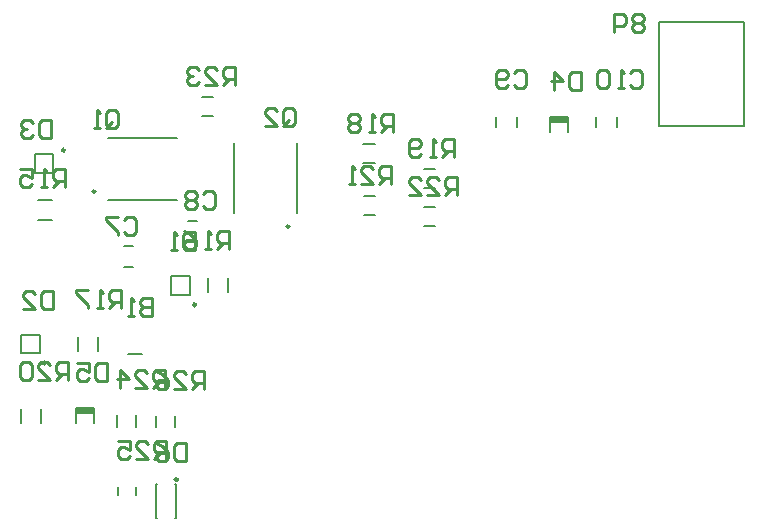
<source format=gbo>
G04*
G04 #@! TF.GenerationSoftware,Altium Limited,Altium Designer,25.2.1 (25)*
G04*
G04 Layer_Color=32896*
%FSLAX44Y44*%
%MOMM*%
G71*
G04*
G04 #@! TF.SameCoordinates,F4FED96F-6736-4451-9F0E-EDF3A1B2C77D*
G04*
G04*
G04 #@! TF.FilePolarity,Positive*
G04*
G01*
G75*
%ADD10C,0.2500*%
%ADD12C,0.2000*%
%ADD15C,0.2540*%
%ADD121R,1.5870X0.5080*%
D10*
X1366670Y1018700D02*
G03*
X1366670Y1018700I-1250J0D01*
G01*
X1351370Y870670D02*
G03*
X1351370Y870670I-1250J0D01*
G01*
X1239670Y969170D02*
G03*
X1239670Y969170I-1250J0D01*
G01*
X1255850Y1149520D02*
G03*
X1255850Y1149520I-1250J0D01*
G01*
X1281625Y1114425D02*
G03*
X1281625Y1114425I-1250J0D01*
G01*
X1445875Y1084795D02*
G03*
X1445875Y1084795I-1250J0D01*
G01*
D12*
X1345820Y1042850D02*
X1361820D01*
X1345820Y1027250D02*
Y1042850D01*
X1361820Y1027250D02*
Y1042850D01*
X1345820Y1027250D02*
X1361820D01*
X1758510Y1170070D02*
Y1258170D01*
X1830510D01*
Y1170070D02*
Y1258170D01*
X1758510Y1170070D02*
X1830510D01*
X1309110Y977060D02*
X1321110D01*
X1218509Y918581D02*
Y930539D01*
X1235131Y918581D02*
Y930539D01*
X1509109Y1094360D02*
X1518571D01*
X1509109Y1110360D02*
X1518571D01*
X1371949Y1194180D02*
X1381411D01*
X1371949Y1178180D02*
X1381411D01*
X1559910Y1085470D02*
X1569371D01*
X1559910Y1101470D02*
X1569371D01*
X1300600Y857510D02*
Y864510D01*
X1315600Y857510D02*
Y864510D01*
X1280290Y918210D02*
Y930910D01*
X1264790Y918210D02*
Y930910D01*
X1280290D01*
X1349620Y837920D02*
Y866420D01*
X1332620Y837920D02*
Y866420D01*
X1348620D02*
X1349620D01*
X1348620Y837920D02*
X1349620D01*
X1332620Y866420D02*
X1333620D01*
X1332620Y837920D02*
X1333620D01*
X1316100Y915459D02*
Y924920D01*
X1300100Y915459D02*
Y924920D01*
X1349120Y914750D02*
Y924211D01*
X1333120Y914750D02*
Y924211D01*
X1218820Y977720D02*
X1234820D01*
Y993320D01*
X1218820Y977720D02*
Y993320D01*
X1234820D01*
X1232571Y1089989D02*
X1244529D01*
X1232571Y1107111D02*
X1244529D01*
X1246050Y1129920D02*
Y1145920D01*
X1230450D02*
X1246050D01*
X1230450Y1129920D02*
X1246050D01*
X1230450D02*
Y1145920D01*
X1638410Y1169493D02*
Y1177467D01*
X1620410Y1169493D02*
Y1177467D01*
X1559910Y1133220D02*
X1569371D01*
X1559910Y1117220D02*
X1569371D01*
X1705500Y1169493D02*
Y1177467D01*
X1723500Y1169493D02*
Y1177467D01*
X1508400Y1154810D02*
X1517861D01*
X1508400Y1138810D02*
X1517861D01*
X1681610Y1164590D02*
Y1177290D01*
X1666110Y1164590D02*
Y1177290D01*
X1681610D01*
X1377009Y1029071D02*
Y1041029D01*
X1394131Y1029071D02*
Y1041029D01*
X1266519Y979541D02*
Y991499D01*
X1283641Y979541D02*
Y991499D01*
X1291875Y1106975D02*
X1350875D01*
Y1159825D02*
Y1159975D01*
Y1106975D02*
Y1107125D01*
X1291875Y1159975D02*
X1350875D01*
X1291875Y1159825D02*
Y1159975D01*
Y1106975D02*
Y1107125D01*
X1359993Y1089770D02*
X1367966D01*
X1359993Y1071770D02*
X1367966D01*
X1452075Y1096295D02*
Y1155295D01*
X1399075D02*
X1399225D01*
X1451925D02*
X1452075D01*
X1399075Y1096295D02*
Y1155295D01*
Y1096295D02*
X1399225D01*
X1451925D02*
X1452075D01*
X1305383Y1068180D02*
X1313356D01*
X1305383Y1050180D02*
X1313356D01*
D15*
X1373632Y947166D02*
Y962401D01*
X1366015D01*
X1363475Y959862D01*
Y954783D01*
X1366015Y952244D01*
X1373632D01*
X1368554D02*
X1363475Y947166D01*
X1348240D02*
X1358397D01*
X1348240Y957323D01*
Y959862D01*
X1350779Y962401D01*
X1355858D01*
X1358397Y959862D01*
X1333005Y962401D02*
X1338083Y959862D01*
X1343162Y954783D01*
Y949705D01*
X1340623Y947166D01*
X1335544D01*
X1333005Y949705D01*
Y952244D01*
X1335544Y954783D01*
X1343162D01*
X1341120Y887984D02*
Y903219D01*
X1333503D01*
X1330963Y900680D01*
Y895602D01*
X1333503Y893062D01*
X1341120D01*
X1336042D02*
X1330963Y887984D01*
X1315728D02*
X1325885D01*
X1315728Y898141D01*
Y900680D01*
X1318267Y903219D01*
X1323346D01*
X1325885Y900680D01*
X1300493Y903219D02*
X1310650D01*
Y895602D01*
X1305571Y898141D01*
X1303032D01*
X1300493Y895602D01*
Y890523D01*
X1303032Y887984D01*
X1308111D01*
X1310650Y890523D01*
X1340612Y947928D02*
Y963163D01*
X1332995D01*
X1330455Y960624D01*
Y955546D01*
X1332995Y953006D01*
X1340612D01*
X1335534D02*
X1330455Y947928D01*
X1315220D02*
X1325377D01*
X1315220Y958085D01*
Y960624D01*
X1317759Y963163D01*
X1322838D01*
X1325377Y960624D01*
X1302524Y947928D02*
Y963163D01*
X1310142Y955546D01*
X1299985D01*
X1399794Y1204468D02*
Y1219703D01*
X1392177D01*
X1389637Y1217164D01*
Y1212085D01*
X1392177Y1209546D01*
X1399794D01*
X1394716D02*
X1389637Y1204468D01*
X1374402D02*
X1384559D01*
X1374402Y1214625D01*
Y1217164D01*
X1376941Y1219703D01*
X1382020D01*
X1384559Y1217164D01*
X1369324D02*
X1366785Y1219703D01*
X1361706D01*
X1359167Y1217164D01*
Y1214625D01*
X1361706Y1212085D01*
X1364245D01*
X1361706D01*
X1359167Y1209546D01*
Y1207007D01*
X1361706Y1204468D01*
X1366785D01*
X1369324Y1207007D01*
X1587754Y1111758D02*
Y1126993D01*
X1580137D01*
X1577597Y1124454D01*
Y1119376D01*
X1580137Y1116836D01*
X1587754D01*
X1582676D02*
X1577597Y1111758D01*
X1562362D02*
X1572519D01*
X1562362Y1121915D01*
Y1124454D01*
X1564901Y1126993D01*
X1569980D01*
X1572519Y1124454D01*
X1547127Y1111758D02*
X1557284D01*
X1547127Y1121915D01*
Y1124454D01*
X1549666Y1126993D01*
X1554745D01*
X1557284Y1124454D01*
X1531874Y1120648D02*
Y1135883D01*
X1524256D01*
X1521717Y1133344D01*
Y1128266D01*
X1524256Y1125726D01*
X1531874D01*
X1526796D02*
X1521717Y1120648D01*
X1506482D02*
X1516639D01*
X1506482Y1130805D01*
Y1133344D01*
X1509021Y1135883D01*
X1514100D01*
X1516639Y1133344D01*
X1501404Y1120648D02*
X1496326D01*
X1498865D01*
Y1135883D01*
X1501404Y1133344D01*
X1258062Y955294D02*
Y970529D01*
X1250444D01*
X1247905Y967990D01*
Y962912D01*
X1250444Y960372D01*
X1258062D01*
X1252984D02*
X1247905Y955294D01*
X1232670D02*
X1242827D01*
X1232670Y965451D01*
Y967990D01*
X1235209Y970529D01*
X1240288D01*
X1242827Y967990D01*
X1227592D02*
X1225053Y970529D01*
X1219974D01*
X1217435Y967990D01*
Y957833D01*
X1219974Y955294D01*
X1225053D01*
X1227592Y957833D01*
Y967990D01*
X1585214Y1143508D02*
Y1158743D01*
X1577596D01*
X1575057Y1156204D01*
Y1151125D01*
X1577596Y1148586D01*
X1585214D01*
X1580136D02*
X1575057Y1143508D01*
X1569979D02*
X1564901D01*
X1567440D01*
Y1158743D01*
X1569979Y1156204D01*
X1557283Y1146047D02*
X1554744Y1143508D01*
X1549666D01*
X1547126Y1146047D01*
Y1156204D01*
X1549666Y1158743D01*
X1554744D01*
X1557283Y1156204D01*
Y1153665D01*
X1554744Y1151125D01*
X1547126D01*
X1533652Y1165098D02*
Y1180333D01*
X1526035D01*
X1523495Y1177794D01*
Y1172716D01*
X1526035Y1170176D01*
X1533652D01*
X1528574D02*
X1523495Y1165098D01*
X1518417D02*
X1513339D01*
X1515878D01*
Y1180333D01*
X1518417Y1177794D01*
X1505721D02*
X1503182Y1180333D01*
X1498103D01*
X1495564Y1177794D01*
Y1175255D01*
X1498103Y1172716D01*
X1495564Y1170176D01*
Y1167637D01*
X1498103Y1165098D01*
X1503182D01*
X1505721Y1167637D01*
Y1170176D01*
X1503182Y1172716D01*
X1505721Y1175255D01*
Y1177794D01*
X1503182Y1172716D02*
X1498103D01*
X1303528Y1016254D02*
Y1031489D01*
X1295910D01*
X1293371Y1028950D01*
Y1023872D01*
X1295910Y1021332D01*
X1303528D01*
X1298450D02*
X1293371Y1016254D01*
X1288293D02*
X1283215D01*
X1285754D01*
Y1031489D01*
X1288293Y1028950D01*
X1275597Y1031489D02*
X1265440D01*
Y1028950D01*
X1275597Y1018793D01*
Y1016254D01*
X1394968Y1065784D02*
Y1081019D01*
X1387350D01*
X1384811Y1078480D01*
Y1073401D01*
X1387350Y1070862D01*
X1394968D01*
X1389890D02*
X1384811Y1065784D01*
X1379733D02*
X1374655D01*
X1377194D01*
Y1081019D01*
X1379733Y1078480D01*
X1356880Y1081019D02*
X1361959Y1078480D01*
X1367037Y1073401D01*
Y1068323D01*
X1364498Y1065784D01*
X1359420D01*
X1356880Y1068323D01*
Y1070862D01*
X1359420Y1073401D01*
X1367037D01*
X1256030Y1118108D02*
Y1133343D01*
X1248412D01*
X1245873Y1130804D01*
Y1125725D01*
X1248412Y1123186D01*
X1256030D01*
X1250952D02*
X1245873Y1118108D01*
X1240795D02*
X1235717D01*
X1238256D01*
Y1133343D01*
X1240795Y1130804D01*
X1217942Y1133343D02*
X1228099D01*
Y1125725D01*
X1223021Y1128265D01*
X1220481D01*
X1217942Y1125725D01*
Y1120647D01*
X1220481Y1118108D01*
X1225560D01*
X1228099Y1120647D01*
X1440437Y1172463D02*
Y1182620D01*
X1442977Y1185159D01*
X1448055D01*
X1450594Y1182620D01*
Y1172463D01*
X1448055Y1169924D01*
X1442977D01*
X1445516Y1175002D02*
X1440437Y1169924D01*
X1442977D02*
X1440437Y1172463D01*
X1425202Y1169924D02*
X1435359D01*
X1425202Y1180081D01*
Y1182620D01*
X1427741Y1185159D01*
X1432820D01*
X1435359Y1182620D01*
X1290577Y1171193D02*
Y1181350D01*
X1293116Y1183889D01*
X1298195D01*
X1300734Y1181350D01*
Y1171193D01*
X1298195Y1168654D01*
X1293116D01*
X1295656Y1173732D02*
X1290577Y1168654D01*
X1293116D02*
X1290577Y1171193D01*
X1285499Y1168654D02*
X1280421D01*
X1282960D01*
Y1183889D01*
X1285499Y1181350D01*
X1720854Y1249682D02*
Y1264918D01*
X1728472D01*
X1731011Y1262378D01*
Y1257300D01*
X1728472Y1254761D01*
X1720854D01*
X1736089Y1262378D02*
X1738628Y1264918D01*
X1743707D01*
X1746246Y1262378D01*
Y1259839D01*
X1743707Y1257300D01*
X1746246Y1254761D01*
Y1252222D01*
X1743707Y1249682D01*
X1738628D01*
X1736089Y1252222D01*
Y1254761D01*
X1738628Y1257300D01*
X1736089Y1259839D01*
Y1262378D01*
X1738628Y1257300D02*
X1743707D01*
X1358392Y901187D02*
Y885952D01*
X1350775D01*
X1348235Y888491D01*
Y898648D01*
X1350775Y901187D01*
X1358392D01*
X1333000D02*
X1338079Y898648D01*
X1343157Y893569D01*
Y888491D01*
X1340618Y885952D01*
X1335539D01*
X1333000Y888491D01*
Y891030D01*
X1335539Y893569D01*
X1343157D01*
X1291590Y969005D02*
Y953770D01*
X1283972D01*
X1281433Y956309D01*
Y966466D01*
X1283972Y969005D01*
X1291590D01*
X1266198D02*
X1276355D01*
Y961387D01*
X1271277Y963927D01*
X1268737D01*
X1266198Y961387D01*
Y956309D01*
X1268737Y953770D01*
X1273816D01*
X1276355Y956309D01*
X1692910Y1215385D02*
Y1200150D01*
X1685293D01*
X1682753Y1202689D01*
Y1212846D01*
X1685293Y1215385D01*
X1692910D01*
X1670057Y1200150D02*
Y1215385D01*
X1677675Y1207767D01*
X1667518D01*
X1244092Y1174999D02*
Y1159764D01*
X1236475D01*
X1233935Y1162303D01*
Y1172460D01*
X1236475Y1174999D01*
X1244092D01*
X1228857Y1172460D02*
X1226318Y1174999D01*
X1221239D01*
X1218700Y1172460D01*
Y1169921D01*
X1221239Y1167382D01*
X1223779D01*
X1221239D01*
X1218700Y1164842D01*
Y1162303D01*
X1221239Y1159764D01*
X1226318D01*
X1228857Y1162303D01*
X1245616Y1030473D02*
Y1015238D01*
X1237999D01*
X1235459Y1017777D01*
Y1027934D01*
X1237999Y1030473D01*
X1245616D01*
X1220224Y1015238D02*
X1230381D01*
X1220224Y1025395D01*
Y1027934D01*
X1222763Y1030473D01*
X1227842D01*
X1230381Y1027934D01*
X1365504Y1080003D02*
Y1064768D01*
X1357887D01*
X1355347Y1067307D01*
Y1077464D01*
X1357887Y1080003D01*
X1365504D01*
X1350269Y1064768D02*
X1345191D01*
X1347730D01*
Y1080003D01*
X1350269Y1077464D01*
X1734061Y1214878D02*
X1736600Y1217417D01*
X1741679D01*
X1744218Y1214878D01*
Y1204721D01*
X1741679Y1202182D01*
X1736600D01*
X1734061Y1204721D01*
X1728983Y1202182D02*
X1723905D01*
X1726444D01*
Y1217417D01*
X1728983Y1214878D01*
X1716287D02*
X1713748Y1217417D01*
X1708669D01*
X1706130Y1214878D01*
Y1204721D01*
X1708669Y1202182D01*
X1713748D01*
X1716287Y1204721D01*
Y1214878D01*
X1636271D02*
X1638810Y1217417D01*
X1643889D01*
X1646428Y1214878D01*
Y1204721D01*
X1643889Y1202182D01*
X1638810D01*
X1636271Y1204721D01*
X1631193D02*
X1628654Y1202182D01*
X1623575D01*
X1621036Y1204721D01*
Y1214878D01*
X1623575Y1217417D01*
X1628654D01*
X1631193Y1214878D01*
Y1212339D01*
X1628654Y1209799D01*
X1621036D01*
X1372365Y1112008D02*
X1374904Y1114547D01*
X1379983D01*
X1382522Y1112008D01*
Y1101851D01*
X1379983Y1099312D01*
X1374904D01*
X1372365Y1101851D01*
X1367287Y1112008D02*
X1364748Y1114547D01*
X1359669D01*
X1357130Y1112008D01*
Y1109469D01*
X1359669Y1106929D01*
X1357130Y1104390D01*
Y1101851D01*
X1359669Y1099312D01*
X1364748D01*
X1367287Y1101851D01*
Y1104390D01*
X1364748Y1106929D01*
X1367287Y1109469D01*
Y1112008D01*
X1364748Y1106929D02*
X1359669D01*
X1306071Y1090418D02*
X1308611Y1092957D01*
X1313689D01*
X1316228Y1090418D01*
Y1080261D01*
X1313689Y1077722D01*
X1308611D01*
X1306071Y1080261D01*
X1300993Y1092957D02*
X1290836D01*
Y1090418D01*
X1300993Y1080261D01*
Y1077722D01*
X1329182Y1024631D02*
Y1009396D01*
X1321564D01*
X1319025Y1011935D01*
Y1014474D01*
X1321564Y1017013D01*
X1329182D01*
X1321564D01*
X1319025Y1019553D01*
Y1022092D01*
X1321564Y1024631D01*
X1329182D01*
X1313947Y1009396D02*
X1308869D01*
X1311408D01*
Y1024631D01*
X1313947Y1022092D01*
D121*
X1272225Y928370D02*
D03*
X1673545Y1174750D02*
D03*
M02*

</source>
